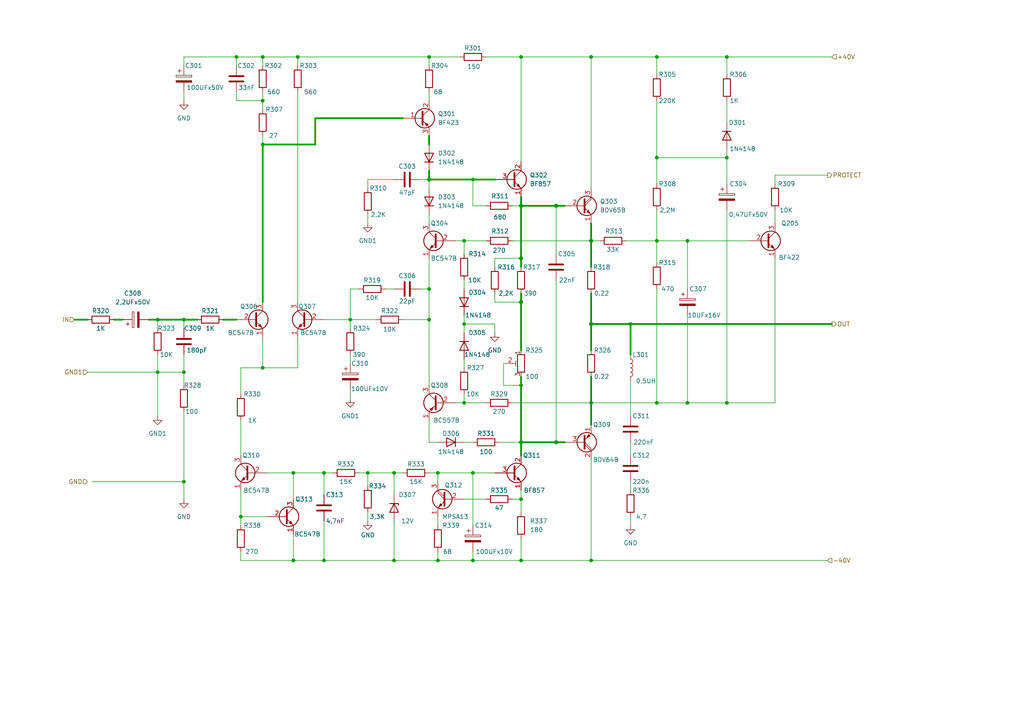
<source format=kicad_sch>
(kicad_sch (version 20231120) (generator "eeschema") (generator_version "8.0")
  (paper "A4")
  (lib_symbols
    (symbol "Device:C" (pin_numbers hide) (pin_names (offset 0.254))
      (property "Reference" "LC" (at 0.635 2.54 0))
      (property "Value" "C" (at 0.635 -2.54 0))
      (symbol "C_0_1"
        (polyline (pts (xy -2.032 -0.762) (xy 2.032 -0.762)) (stroke (width 0.508)))
        (polyline (pts (xy -2.032 0.762) (xy 2.032 0.762)) (stroke (width 0.508)))
      )
      (symbol "C_1_1"
        (pin passive line (at 0 3.81 270) (length 2.794) (name "~") (number "1"))
        (pin passive line (at 0 -3.81 90) (length 2.794) (name "~") (number "2"))
      )
    )
    (symbol "Device:C_Polarized" (pin_numbers hide) (pin_names (offset 0.254))
      (property "Reference" "LC" (at 0.635 2.54 0))
      (property "Value" "C_Polarized" (at 0.635 -2.54 0))
      (symbol "C_Polarized_0_1"
        (rectangle (start -2.286 0.508) (end 2.286 1.016))
        (polyline (pts (xy -1.778 2.286) (xy -0.762 2.286)))
        (polyline (pts (xy -1.27 2.794) (xy -1.27 1.778)))
        (rectangle (start 2.286 -0.508) (end -2.286 -1.016) (fill (type outline)))
      )
      (symbol "C_Polarized_1_1"
        (pin passive line (at 0 3.81 270) (length 2.794) (name "~") (number "1"))
        (pin passive line (at 0 -3.81 90) (length 2.794) (name "~") (number "2"))
      )
    )
    (symbol "Device:D" (pin_numbers hide) (pin_names (offset 1.016) hide)
      (property "Reference" "D" (at 0 2.54 0))
      (property "Value" "D" (at 0 -2.54 0))
      (symbol "D_0_1"
        (polyline (pts (xy -1.27 1.27) (xy -1.27 -1.27)) (stroke (width 0.254)))
        (polyline (pts (xy 1.27 0) (xy -1.27 0)))
        (polyline (pts (xy 1.27 1.27) (xy 1.27 -1.27) (xy -1.27 0) (xy 1.27 1.27)) (stroke (width 0.254)))
      )
      (symbol "D_1_1"
        (pin passive line (at -3.81 0 0) (length 2.54) (name "K") (number "1"))
        (pin passive line (at 3.81 0 180) (length 2.54) (name "A") (number "2"))
      )
    )
    (symbol "Device:D_Zener" (pin_numbers hide) (pin_names (offset 1.016) hide)
      (property "Reference" "D" (at 0 2.54 0))
      (property "Value" "D_Zener" (at 0 -2.54 0))
      (symbol "D_Zener_0_1"
        (polyline (pts (xy 1.27 0) (xy -1.27 0)))
        (polyline (pts (xy -1.27 -1.27) (xy -1.27 1.27) (xy -0.762 1.27)) (stroke (width 0.254)))
        (polyline (pts (xy 1.27 -1.27) (xy 1.27 1.27) (xy -1.27 0) (xy 1.27 -1.27)) (stroke (width 0.254)))
      )
      (symbol "D_Zener_1_1"
        (pin passive line (at -3.81 0 0) (length 2.54) (name "K") (number "1"))
        (pin passive line (at 3.81 0 180) (length 2.54) (name "A") (number "2"))
      )
    )
    (symbol "Device:L" (pin_numbers hide) (pin_names (offset 1.016) hide)
      (property "Reference" "L" (at -1.27 0 90))
      (property "Value" "L" (at 1.905 0 90))
      (symbol "L_0_1"
        (arc (start 0 -2.54) (mid 0.6323 -1.905) (end 0 -1.27))
        (arc (start 0 -1.27) (mid 0.6323 -0.635) (end 0 0))
        (arc (start 0 0) (mid 0.6323 0.635) (end 0 1.27))
        (arc (start 0 1.27) (mid 0.6323 1.905) (end 0 2.54))
      )
      (symbol "L_1_1"
        (pin passive line (at 0 3.81 270) (length 1.27) (name "1") (number "1"))
        (pin passive line (at 0 -3.81 90) (length 1.27) (name "2") (number "2"))
      )
    )
    (symbol "Device:Q_NPN_Darlington_EBC" (pin_names (offset 0) hide)
      (property "Reference" "LQ" (at 4.572 1.27 0))
      (property "Value" "Q_NPN_Darlington_EBC" (at 4.572 -1.27 0))
      (symbol "Q_NPN_Darlington_EBC_0_1"
        (polyline (pts (xy 0.635 0.635) (xy 2.54 2.54)))
        (polyline (pts (xy 0.635 -0.635) (xy 2.54 -2.54) (xy 2.54 -2.54)))
        (polyline (pts (xy 0.635 0) (xy 2.54 1.905) (xy 2.54 2.54)))
        (polyline (pts (xy 0.635 1.905) (xy 0.635 -1.905) (xy 0.635 -1.905)) (stroke (width 0.508)))
        (polyline (pts (xy 1.27 -1.778) (xy 1.778 -1.27) (xy 2.286 -2.286) (xy 1.27 -1.778) (xy 1.27 -1.778)) (fill (type outline)))
        (circle (center 1.27 0) (radius 2.8194) (stroke (width 0.254)))
      )
      (symbol "Q_NPN_Darlington_EBC_1_1"
        (pin passive line (at 2.54 -5.08 90) (length 2.54) (name "E") (number "1"))
        (pin passive line (at -5.08 0 0) (length 5.715) (name "B") (number "2"))
        (pin passive line (at 2.54 5.08 270) (length 2.54) (name "C") (number "3"))
      )
    )
    (symbol "Device:Q_NPN_EBC" (pin_names (offset 0) hide)
      (property "Reference" "LQ" (at 5.08 1.27 0))
      (property "Value" "Q_NPN_EBC" (at 5.08 -1.27 0))
      (symbol "Q_NPN_EBC_0_1"
        (polyline (pts (xy 0.635 0.635) (xy 2.54 2.54)))
        (polyline (pts (xy 0.635 -0.635) (xy 2.54 -2.54) (xy 2.54 -2.54)))
        (polyline (pts (xy 0.635 1.905) (xy 0.635 -1.905) (xy 0.635 -1.905)) (stroke (width 0.508)))
        (polyline (pts (xy 1.27 -1.778) (xy 1.778 -1.27) (xy 2.286 -2.286) (xy 1.27 -1.778) (xy 1.27 -1.778)) (fill (type outline)))
        (circle (center 1.27 0) (radius 2.8194) (stroke (width 0.254)))
      )
      (symbol "Q_NPN_EBC_1_1"
        (pin passive line (at 2.54 -5.08 90) (length 2.54) (name "E") (number "1"))
        (pin passive line (at -5.08 0 0) (length 5.715) (name "B") (number "2"))
        (pin passive line (at 2.54 5.08 270) (length 2.54) (name "C") (number "3"))
      )
    )
    (symbol "Device:Q_NPN_ECB" (pin_names (offset 0) hide)
      (property "Reference" "LQ" (at 5.08 1.27 0))
      (property "Value" "Q_NPN_ECB" (at 5.08 -1.27 0))
      (symbol "Q_NPN_ECB_0_1"
        (polyline (pts (xy 0.635 0.635) (xy 2.54 2.54)))
        (polyline (pts (xy 0.635 -0.635) (xy 2.54 -2.54) (xy 2.54 -2.54)))
        (polyline (pts (xy 0.635 1.905) (xy 0.635 -1.905) (xy 0.635 -1.905)) (stroke (width 0.508)))
        (polyline (pts (xy 1.27 -1.778) (xy 1.778 -1.27) (xy 2.286 -2.286) (xy 1.27 -1.778) (xy 1.27 -1.778)) (fill (type outline)))
        (circle (center 1.27 0) (radius 2.8194) (stroke (width 0.254)))
      )
      (symbol "Q_NPN_ECB_1_1"
        (pin passive line (at 2.54 -5.08 90) (length 2.54) (name "E") (number "1"))
        (pin passive line (at 2.54 5.08 270) (length 2.54) (name "C") (number "2"))
        (pin passive line (at -5.08 0 0) (length 5.715) (name "B") (number "3"))
      )
    )
    (symbol "Device:Q_PNP_BCE" (pin_names (offset 0) hide)
      (property "Reference" "LQ" (at 5.08 1.27 0))
      (property "Value" "Q_PNP_BCE" (at 5.08 -1.27 0))
      (symbol "Q_PNP_BCE_0_1"
        (polyline (pts (xy 0.635 0.635) (xy 2.54 2.54)))
        (polyline (pts (xy 0.635 -0.635) (xy 2.54 -2.54) (xy 2.54 -2.54)))
        (polyline (pts (xy 0.635 1.905) (xy 0.635 -1.905) (xy 0.635 -1.905)) (stroke (width 0.508)))
        (polyline (pts (xy 2.286 -1.778) (xy 1.778 -2.286) (xy 1.27 -1.27) (xy 2.286 -1.778) (xy 2.286 -1.778)) (fill (type outline)))
        (circle (center 1.27 0) (radius 2.8194) (stroke (width 0.254)))
      )
      (symbol "Q_PNP_BCE_1_1"
        (pin input line (at -5.08 0 0) (length 5.715) (name "B") (number "1"))
        (pin passive line (at 2.54 5.08 270) (length 2.54) (name "C") (number "2"))
        (pin passive line (at 2.54 -5.08 90) (length 2.54) (name "E") (number "3"))
      )
    )
    (symbol "Device:Q_PNP_Darlington_ECB" (pin_names (offset 0) hide)
      (property "Reference" "LQ" (at 4.572 1.27 0))
      (property "Value" "Q_PNP_Darlington_ECB" (at 4.572 -1.27 0))
      (symbol "Q_PNP_Darlington_ECB_0_1"
        (polyline (pts (xy 0.635 0.635) (xy 2.54 2.54)))
        (polyline (pts (xy 0.635 -0.635) (xy 2.54 -2.54) (xy 2.54 -2.54)))
        (polyline (pts (xy 0.635 0) (xy 2.54 1.905) (xy 2.54 2.54)))
        (polyline (pts (xy 0.635 1.905) (xy 0.635 -1.905) (xy 0.635 -1.905)) (stroke (width 0.508)))
        (polyline (pts (xy 2.286 -1.778) (xy 1.778 -2.286) (xy 1.27 -1.27) (xy 2.286 -1.778) (xy 2.286 -1.778)) (fill (type outline)))
        (circle (center 1.27 0) (radius 2.8194) (stroke (width 0.254)))
      )
      (symbol "Q_PNP_Darlington_ECB_1_1"
        (pin passive line (at 2.54 -5.08 90) (length 2.54) (name "E") (number "1"))
        (pin passive line (at 2.54 5.08 270) (length 2.54) (name "C") (number "2"))
        (pin input line (at -5.08 0 0) (length 5.715) (name "B") (number "3"))
      )
    )
    (symbol "Device:Q_PNP_EBC" (pin_names (offset 0) hide)
      (property "Reference" "LQ" (at 5.08 1.27 0))
      (property "Value" "Q_PNP_EBC" (at 5.08 -1.27 0))
      (symbol "Q_PNP_EBC_0_1"
        (polyline (pts (xy 0.635 0.635) (xy 2.54 2.54)))
        (polyline (pts (xy 0.635 -0.635) (xy 2.54 -2.54) (xy 2.54 -2.54)))
        (polyline (pts (xy 0.635 1.905) (xy 0.635 -1.905) (xy 0.635 -1.905)) (stroke (width 0.508)))
        (polyline (pts (xy 2.286 -1.778) (xy 1.778 -2.286) (xy 1.27 -1.27) (xy 2.286 -1.778) (xy 2.286 -1.778)) (fill (type outline)))
        (circle (center 1.27 0) (radius 2.8194) (stroke (width 0.254)))
      )
      (symbol "Q_PNP_EBC_1_1"
        (pin passive line (at 2.54 -5.08 90) (length 2.54) (name "E") (number "1"))
        (pin input line (at -5.08 0 0) (length 5.715) (name "B") (number "2"))
        (pin passive line (at 2.54 5.08 270) (length 2.54) (name "C") (number "3"))
      )
    )
    (symbol "Device:R" (pin_numbers hide) (pin_names (offset 0))
      (property "Reference" "LR" (at 2.032 0 90))
      (property "Value" "R" (at 0 0 90))
      (symbol "R_0_1"
        (rectangle (start -1.016 -2.54) (end 1.016 2.54) (stroke (width 0.254)))
      )
      (symbol "R_1_1"
        (pin passive line (at 0 3.81 270) (length 1.27) (name "~") (number "1"))
        (pin passive line (at 0 -3.81 90) (length 1.27) (name "~") (number "2"))
      )
    )
    (symbol "Device:R_Potentiometer_Trim" (pin_names (offset 1.016) hide)
      (property "Reference" "RV" (at -4.445 0 90))
      (property "Value" "R_Potentiometer_Trim" (at -2.54 0 90))
      (symbol "R_Potentiometer_Trim_0_1"
        (polyline (pts (xy 1.524 0.762) (xy 1.524 -0.762)))
        (polyline (pts (xy 2.54 0) (xy 1.524 0)))
        (rectangle (start 1.016 2.54) (end -1.016 -2.54) (stroke (width 0.254)))
      )
      (symbol "R_Potentiometer_Trim_1_1"
        (pin passive line (at 0 3.81 270) (length 1.27) (name "1") (number "1"))
        (pin passive line (at 3.81 0 180) (length 1.27) (name "2") (number "2"))
        (pin passive line (at 0 -3.81 90) (length 1.27) (name "3") (number "3"))
      )
    )
    (symbol "Q_NPN_EBC_1" (pin_names (offset 0) hide)
      (property "Reference" "Q" (at 5.08 1.27 0))
      (property "Value" "Q_NPN_EBC" (at 5.08 -1.27 0))
      (symbol "Q_NPN_EBC_1_0_1"
        (polyline (pts (xy 0.635 0.635) (xy 2.54 2.54)))
        (polyline (pts (xy 0.635 -0.635) (xy 2.54 -2.54) (xy 2.54 -2.54)))
        (polyline (pts (xy 0.635 1.905) (xy 0.635 -1.905) (xy 0.635 -1.905)) (stroke (width 0.508)))
        (polyline (pts (xy 1.27 -1.778) (xy 1.778 -1.27) (xy 2.286 -2.286) (xy 1.27 -1.778) (xy 1.27 -1.778)) (fill (type outline)))
        (circle (center 1.27 0) (radius 2.8194) (stroke (width 0.254)))
      )
      (symbol "Q_NPN_EBC_1_1_1"
        (pin passive line (at 2.54 -5.08 90) (length 2.54) (name "E") (number "1"))
        (pin passive line (at -5.08 0 0) (length 5.715) (name "B") (number "2"))
        (pin passive line (at 2.54 5.08 270) (length 2.54) (name "C") (number "3"))
      )
    )
    (symbol "power:GND" (power) (pin_numbers hide) (pin_names (offset 0) hide)
      (property "Value" "GND" (at 0 -3.81 0))
      (symbol "GND_0_1"
        (polyline (pts (xy 0 0) (xy 0 -1.27) (xy 1.27 -1.27) (xy 0 -2.54) (xy -1.27 -1.27) (xy 0 -1.27)))
      )
      (symbol "GND_1_1"
        (pin power_in line (at 0 0 270) (length 0) (name "~") (number "1"))
      )
    )
    (symbol "power:GND1" (power) (pin_numbers hide) (pin_names (offset 0) hide)
      (property "Value" "GND1" (at 0 -3.81 0))
      (symbol "GND1_0_1"
        (polyline (pts (xy 0 0) (xy 0 -1.27) (xy 1.27 -1.27) (xy 0 -2.54) (xy -1.27 -1.27) (xy 0 -1.27)))
      )
      (symbol "GND1_1_1"
        (pin power_in line (at 0 0 270) (length 0) (name "~") (number "1"))
      )
    )
  )
  (junction (at 151.13 74.93) (diameter 1.016))
  (junction (at 114.3 137.16))
  (junction (at 85.09 162.56))
  (junction (at 190.5 116.84))
  (junction (at 190.5 45.72))
  (junction (at 161.29 128.27) (diameter 1.016))
  (junction (at 151.13 16.51))
  (junction (at 171.45 162.56))
  (junction (at 137.16 52.07))
  (junction (at 199.39 116.84))
  (junction (at 68.58 16.51))
  (junction (at 190.5 69.85))
  (junction (at 199.39 69.85))
  (junction (at 93.98 162.56))
  (junction (at 76.2 41.91))
  (junction (at 86.36 16.51))
  (junction (at 151.13 111.76))
  (junction (at 53.34 107.95))
  (junction (at 171.45 116.84))
  (junction (at 171.45 69.85) (diameter 1.016))
  (junction (at 127 137.16))
  (junction (at 151.13 59.69) (diameter 1.016))
  (junction (at 124.46 92.71))
  (junction (at 210.82 16.51))
  (junction (at 45.72 107.95))
  (junction (at 124.46 52.07) (diameter 1.016))
  (junction (at 76.2 106.68))
  (junction (at 151.13 162.56))
  (junction (at 53.34 139.7))
  (junction (at 171.45 93.98) (diameter 1.016))
  (junction (at 134.62 116.84))
  (junction (at 151.13 128.27) (diameter 1.016))
  (junction (at 151.13 144.78))
  (junction (at 69.85 149.86))
  (junction (at 134.62 93.98))
  (junction (at 124.46 83.82))
  (junction (at 182.88 93.98))
  (junction (at 210.82 116.84))
  (junction (at 161.29 59.69) (diameter 1.016))
  (junction (at 45.72 92.71))
  (junction (at 190.5 16.51))
  (junction (at 85.09 137.16))
  (junction (at 93.98 137.16))
  (junction (at 76.2 29.21))
  (junction (at 53.34 92.71))
  (junction (at 151.13 87.63) (diameter 1.016))
  (junction (at 210.82 45.72))
  (junction (at 171.45 16.51))
  (junction (at 137.16 162.56))
  (junction (at 137.16 137.16))
  (junction (at 134.62 69.85))
  (junction (at 76.2 16.51))
  (junction (at 101.6 92.71))
  (junction (at 114.3 162.56))
  (junction (at 127 162.56))
  (junction (at 106.68 137.16))
  (junction (at 124.46 16.51))
  (wire (pts (xy 190.5 16.51) (xy 210.82 16.51)))
  (wire (pts (xy 137.16 52.07) (xy 137.16 59.69)))
  (wire (pts (xy 151.13 128.27) (xy 151.13 132.08)) (stroke (width 0.508)))
  (wire (pts (xy 171.45 116.84) (xy 171.45 123.19)) (stroke (width 0.508)))
  (wire (pts (xy 106.68 148.59) (xy 106.68 151.13)))
  (wire (pts (xy 124.46 16.51) (xy 124.46 19.05)))
  (wire (pts (xy 171.45 85.09) (xy 171.45 93.98)) (stroke (width 0.508)))
  (wire (pts (xy 124.46 52.07) (xy 124.46 54.61)))
  (wire (pts (xy 134.62 114.3) (xy 134.62 116.84)))
  (wire (pts (xy 137.16 52.07) (xy 133.35 52.07)))
  (wire (pts (xy 151.13 148.59) (xy 151.13 144.78)))
  (wire (pts (xy 148.59 59.69) (xy 151.13 59.69)))
  (wire (pts (xy 151.13 142.24) (xy 151.13 144.78)))
  (wire (pts (xy 171.45 133.35) (xy 171.45 162.56)))
  (wire (pts (xy 106.68 62.23) (xy 106.68 64.77)))
  (wire (pts (xy 76.2 16.51) (xy 68.58 16.51)))
  (wire (pts (xy 106.68 137.16) (xy 106.68 140.97)))
  (wire (pts (xy 182.88 93.98) (xy 241.3 93.98)) (stroke (width 0.508)))
  (wire (pts (xy 133.35 16.51) (xy 124.46 16.51)))
  (wire (pts (xy 26.67 139.7) (xy 53.34 139.7)))
  (wire (pts (xy 69.85 160.02) (xy 69.85 162.56)))
  (wire (pts (xy 143.51 52.07) (xy 137.16 52.07)) (stroke (width 0.508)))
  (wire (pts (xy 182.88 128.27) (xy 182.88 132.08)))
  (wire (pts (xy 143.51 85.09) (xy 143.51 87.63)))
  (wire (pts (xy 190.5 69.85) (xy 199.39 69.85)))
  (wire (pts (xy 76.2 26.67) (xy 76.2 29.21)))
  (wire (pts (xy 151.13 16.51) (xy 151.13 46.99)))
  (wire (pts (xy 86.36 16.51) (xy 86.36 19.05)))
  (wire (pts (xy 182.88 149.86) (xy 182.88 152.4)))
  (wire (pts (xy 137.16 59.69) (xy 140.97 59.69)))
  (wire (pts (xy 121.92 52.07) (xy 124.46 52.07)))
  (wire (pts (xy 210.82 21.59) (xy 210.82 16.51)))
  (wire (pts (xy 224.79 60.96) (xy 224.79 64.77)))
  (wire (pts (xy 76.2 29.21) (xy 76.2 31.75)))
  (wire (pts (xy 181.61 69.85) (xy 190.5 69.85)))
  (wire (pts (xy 171.45 93.98) (xy 182.88 93.98)) (stroke (width 0.508)))
  (wire (pts (xy 85.09 137.16) (xy 93.98 137.16)))
  (wire (pts (xy 146.05 105.41) (xy 146.05 111.76)))
  (wire (pts (xy 76.2 41.91) (xy 91.44 41.91)) (stroke (width 0.508)))
  (wire (pts (xy 85.09 137.16) (xy 85.09 144.78)))
  (wire (pts (xy 127 162.56) (xy 137.16 162.56)))
  (wire (pts (xy 114.3 137.16) (xy 114.3 143.51)))
  (wire (pts (xy 127 160.02) (xy 127 162.56)))
  (wire (pts (xy 127 149.86) (xy 127 152.4)))
  (wire (pts (xy 101.6 92.71) (xy 109.22 92.71)))
  (wire (pts (xy 69.85 106.68) (xy 76.2 106.68)))
  (wire (pts (xy 93.98 162.56) (xy 85.09 162.56)))
  (wire (pts (xy 21.59 92.71) (xy 25.4 92.71)) (stroke (width 0.508)))
  (wire (pts (xy 148.59 116.84) (xy 171.45 116.84)))
  (wire (pts (xy 104.14 83.82) (xy 101.6 83.82)))
  (wire (pts (xy 106.68 52.07) (xy 114.3 52.07)))
  (wire (pts (xy 161.29 128.27) (xy 163.83 128.27)) (stroke (width 0.508)))
  (wire (pts (xy 210.82 45.72) (xy 190.5 45.72)))
  (wire (pts (xy 134.62 69.85) (xy 134.62 73.66)))
  (wire (pts (xy 210.82 43.18) (xy 210.82 45.72)))
  (wire (pts (xy 190.5 69.85) (xy 190.5 76.2)))
  (wire (pts (xy 140.97 16.51) (xy 151.13 16.51)))
  (wire (pts (xy 45.72 102.87) (xy 45.72 107.95)))
  (wire (pts (xy 147.32 105.41) (xy 146.05 105.41)))
  (wire (pts (xy 76.2 29.21) (xy 68.58 29.21)))
  (wire (pts (xy 45.72 92.71) (xy 53.34 92.71)) (stroke (width 0.508)))
  (wire (pts (xy 190.5 116.84) (xy 199.39 116.84)))
  (wire (pts (xy 124.46 128.27) (xy 127 128.27)))
  (wire (pts (xy 190.5 21.59) (xy 190.5 16.51)))
  (wire (pts (xy 68.58 16.51) (xy 68.58 19.05)))
  (wire (pts (xy 76.2 19.05) (xy 76.2 16.51)))
  (wire (pts (xy 210.82 16.51) (xy 241.3 16.51)))
  (wire (pts (xy 69.85 162.56) (xy 85.09 162.56)))
  (wire (pts (xy 69.85 121.92) (xy 69.85 132.08)))
  (wire (pts (xy 76.2 106.68) (xy 86.36 106.68)))
  (wire (pts (xy 93.98 92.71) (xy 101.6 92.71)))
  (wire (pts (xy 151.13 87.63) (xy 151.13 101.6)) (stroke (width 0.508)))
  (wire (pts (xy 151.13 74.93) (xy 151.13 77.47)) (stroke (width 0.508)))
  (wire (pts (xy 199.39 69.85) (xy 217.17 69.85)))
  (wire (pts (xy 116.84 92.71) (xy 124.46 92.71)))
  (wire (pts (xy 210.82 60.96) (xy 210.82 116.84)))
  (wire (pts (xy 69.85 106.68) (xy 69.85 114.3)))
  (wire (pts (xy 151.13 128.27) (xy 161.29 128.27)) (stroke (width 0.508)))
  (wire (pts (xy 101.6 83.82) (xy 101.6 92.71)))
  (wire (pts (xy 151.13 156.21) (xy 151.13 162.56)))
  (wire (pts (xy 86.36 16.51) (xy 124.46 16.51)))
  (wire (pts (xy 137.16 162.56) (xy 151.13 162.56)))
  (wire (pts (xy 86.36 26.67) (xy 86.36 87.63)))
  (wire (pts (xy 121.92 83.82) (xy 124.46 83.82)))
  (wire (pts (xy 151.13 87.63) (xy 151.13 85.09)) (stroke (width 0.508)))
  (wire (pts (xy 93.98 162.56) (xy 114.3 162.56)))
  (wire (pts (xy 161.29 59.69) (xy 163.83 59.69)) (stroke (width 0.508)))
  (wire (pts (xy 143.51 93.98) (xy 143.51 96.52)))
  (wire (pts (xy 144.78 128.27) (xy 151.13 128.27)))
  (wire (pts (xy 76.2 97.79) (xy 76.2 106.68)))
  (wire (pts (xy 114.3 162.56) (xy 127 162.56)))
  (wire (pts (xy 53.34 102.87) (xy 53.34 107.95)))
  (wire (pts (xy 210.82 45.72) (xy 210.82 53.34)))
  (wire (pts (xy 45.72 107.95) (xy 53.34 107.95)))
  (wire (pts (xy 151.13 57.15) (xy 151.13 59.69)) (stroke (width 0.508)))
  (wire (pts (xy 86.36 97.79) (xy 86.36 106.68)))
  (wire (pts (xy 45.72 95.25) (xy 45.72 92.71)))
  (wire (pts (xy 132.08 69.85) (xy 134.62 69.85)))
  (wire (pts (xy 85.09 154.94) (xy 85.09 162.56)))
  (wire (pts (xy 151.13 16.51) (xy 171.45 16.51)))
  (wire (pts (xy 132.08 116.84) (xy 134.62 116.84)))
  (wire (pts (xy 127 137.16) (xy 127 139.7)))
  (wire (pts (xy 171.45 162.56) (xy 240.03 162.56)))
  (wire (pts (xy 43.18 92.71) (xy 45.72 92.71)) (stroke (width 0.508)))
  (wire (pts (xy 210.82 116.84) (xy 224.79 116.84)))
  (wire (pts (xy 53.34 119.38) (xy 53.34 139.7)))
  (wire (pts (xy 224.79 50.8) (xy 240.03 50.8)))
  (wire (pts (xy 171.45 64.77) (xy 171.45 69.85)) (stroke (width 0.508)))
  (wire (pts (xy 134.62 91.44) (xy 134.62 93.98)))
  (wire (pts (xy 53.34 16.51) (xy 53.34 19.05)))
  (wire (pts (xy 148.59 69.85) (xy 171.45 69.85)))
  (wire (pts (xy 161.29 81.28) (xy 161.29 128.27)))
  (wire (pts (xy 69.85 149.86) (xy 69.85 152.4)))
  (wire (pts (xy 151.13 111.76) (xy 151.13 128.27)) (stroke (width 0.508)))
  (wire (pts (xy 106.68 52.07) (xy 106.68 54.61)))
  (wire (pts (xy 171.45 93.98) (xy 171.45 101.6)) (stroke (width 0.508)))
  (wire (pts (xy 134.62 106.68) (xy 134.62 104.14)))
  (wire (pts (xy 91.44 41.91) (xy 91.44 34.29)) (stroke (width 0.508)))
  (wire (pts (xy 134.62 93.98) (xy 143.51 93.98)))
  (wire (pts (xy 199.39 116.84) (xy 210.82 116.84)))
  (wire (pts (xy 53.34 107.95) (xy 53.34 111.76)))
  (wire (pts (xy 190.5 29.21) (xy 190.5 45.72)))
  (wire (pts (xy 124.46 26.67) (xy 124.46 29.21)))
  (wire (pts (xy 190.5 83.82) (xy 190.5 116.84)))
  (wire (pts (xy 151.13 59.69) (xy 161.29 59.69)) (stroke (width 0.508)))
  (wire (pts (xy 124.46 121.92) (xy 124.46 128.27)))
  (wire (pts (xy 134.62 81.28) (xy 134.62 83.82)))
  (wire (pts (xy 57.15 92.71) (xy 53.34 92.71)) (stroke (width 0.508)))
  (wire (pts (xy 137.16 160.02) (xy 137.16 162.56)))
  (wire (pts (xy 143.51 74.93) (xy 143.51 77.47)))
  (wire (pts (xy 171.45 69.85) (xy 173.99 69.85)))
  (wire (pts (xy 190.5 60.96) (xy 190.5 69.85)))
  (wire (pts (xy 134.62 116.84) (xy 140.97 116.84)))
  (wire (pts (xy 33.02 92.71) (xy 35.56 92.71)) (stroke (width 0.508)))
  (wire (pts (xy 151.13 59.69) (xy 151.13 74.93)) (stroke (width 0.508)))
  (wire (pts (xy 199.39 91.44) (xy 199.39 116.84)))
  (wire (pts (xy 146.05 111.76) (xy 151.13 111.76)))
  (wire (pts (xy 93.98 151.13) (xy 93.98 162.56)))
  (wire (pts (xy 124.46 39.37) (xy 124.46 41.91)) (stroke (width 0.508)))
  (wire (pts (xy 148.59 144.78) (xy 151.13 144.78)))
  (wire (pts (xy 124.46 83.82) (xy 124.46 92.71)))
  (wire (pts (xy 134.62 128.27) (xy 137.16 128.27)))
  (wire (pts (xy 25.4 107.95) (xy 45.72 107.95)))
  (wire (pts (xy 199.39 69.85) (xy 199.39 83.82)))
  (wire (pts (xy 77.47 137.16) (xy 85.09 137.16)))
  (wire (pts (xy 210.82 29.21) (xy 210.82 35.56)))
  (wire (pts (xy 224.79 116.84) (xy 224.79 74.93)))
  (wire (pts (xy 69.85 142.24) (xy 69.85 149.86)))
  (wire (pts (xy 137.16 137.16) (xy 137.16 152.4)))
  (wire (pts (xy 101.6 113.03) (xy 101.6 115.57)))
  (wire (pts (xy 124.46 137.16) (xy 127 137.16)))
  (wire (pts (xy 104.14 137.16) (xy 106.68 137.16)))
  (wire (pts (xy 91.44 34.29) (xy 116.84 34.29)) (stroke (width 0.508)))
  (wire (pts (xy 124.46 62.23) (xy 124.46 64.77)))
  (wire (pts (xy 134.62 144.78) (xy 140.97 144.78)))
  (wire (pts (xy 101.6 102.87) (xy 101.6 105.41)))
  (wire (pts (xy 190.5 45.72) (xy 190.5 53.34)))
  (wire (pts (xy 127 137.16) (xy 137.16 137.16)))
  (wire (pts (xy 45.72 107.95) (xy 45.72 120.65)))
  (wire (pts (xy 68.58 16.51) (xy 53.34 16.51)))
  (wire (pts (xy 134.62 93.98) (xy 134.62 96.52)))
  (wire (pts (xy 143.51 87.63) (xy 151.13 87.63)))
  (wire (pts (xy 171.45 109.22) (xy 171.45 116.84)) (stroke (width 0.508)))
  (wire (pts (xy 151.13 74.93) (xy 143.51 74.93)))
  (wire (pts (xy 114.3 151.13) (xy 114.3 162.56)))
  (wire (pts (xy 93.98 137.16) (xy 93.98 143.51)))
  (wire (pts (xy 124.46 74.93) (xy 124.46 83.82)))
  (wire (pts (xy 151.13 162.56) (xy 171.45 162.56)))
  (wire (pts (xy 76.2 16.51) (xy 86.36 16.51)))
  (wire (pts (xy 171.45 116.84) (xy 190.5 116.84)))
  (wire (pts (xy 124.46 52.07) (xy 137.16 52.07)) (stroke (width 0.508)))
  (wire (pts (xy 53.34 26.67) (xy 53.34 29.21)))
  (wire (pts (xy 171.45 54.61) (xy 171.45 16.51)))
  (wire (pts (xy 68.58 26.67) (xy 68.58 29.21)))
  (wire (pts (xy 76.2 41.91) (xy 76.2 87.63)) (stroke (width 0.508)))
  (wire (pts (xy 53.34 92.71) (xy 53.34 95.25)))
  (wire (pts (xy 124.46 92.71) (xy 124.46 111.76)))
  (wire (pts (xy 64.77 92.71) (xy 68.58 92.71)) (stroke (width 0.508)))
  (wire (pts (xy 171.45 69.85) (xy 171.45 77.47)) (stroke (width 0.508)))
  (wire (pts (xy 76.2 39.37) (xy 76.2 41.91)))
  (wire (pts (xy 134.62 69.85) (xy 140.97 69.85)))
  (wire (pts (xy 182.88 139.7) (xy 182.88 142.24)))
  (wire (pts (xy 224.79 53.34) (xy 224.79 50.8)))
  (wire (pts (xy 161.29 59.69) (xy 161.29 73.66)))
  (wire (pts (xy 106.68 137.16) (xy 114.3 137.16)))
  (wire (pts (xy 101.6 92.71) (xy 101.6 95.25)))
  (wire (pts (xy 137.16 137.16) (xy 143.51 137.16)))
  (wire (pts (xy 69.85 149.86) (xy 77.47 149.86)))
  (wire (pts (xy 93.98 137.16) (xy 96.52 137.16)))
  (wire (pts (xy 182.88 110.49) (xy 182.88 120.65)))
  (wire (pts (xy 182.88 93.98) (xy 182.88 102.87)) (stroke (width 0.508)))
  (wire (pts (xy 53.34 139.7) (xy 53.34 144.78)))
  (wire (pts (xy 171.45 16.51) (xy 190.5 16.51)))
  (wire (pts (xy 114.3 137.16) (xy 116.84 137.16)))
  (wire (pts (xy 124.46 49.53) (xy 124.46 52.07)) (stroke (width 0.508)))
  (wire (pts (xy 151.13 109.22) (xy 151.13 111.76)) (stroke (width 0.508)))
  (wire (pts (xy 111.76 83.82) (xy 114.3 83.82)))
  (hierarchical_label "GND" (shape input) (at 25.4 139.7 180))
  (hierarchical_label "+40V" (shape input) (at 241.3 16.51 0))
  (hierarchical_label "OUT" (shape output) (at 241.3 93.98 0))
  (hierarchical_label "-40V" (shape input) (at 240.03 162.56 0))
  (hierarchical_label "PROTECT" (shape output) (at 240.03 50.8 0))
  (hierarchical_label "IN" (shape input) (at 21.59 92.71 180))
  (hierarchical_label "GND1" (shape input) (at 25.4 107.95 180))
  (symbol (lib_id "Device:R") (at 210.82 25.4 0) (unit 1)
    (property "Reference" "R306" (at 211.582 21.59 0) (effects (justify left)))
    (property "Value" "1K" (at 211.582 29.21 0) (effects (justify left)))
    (property "Footprint" "Resistor_THT:R_Axial_DIN0207_L6.3mm_D2.5mm_P10.16mm_Horizontal" (effects (hide yes)))
    (property "Description" "Resistor" (effects (hide yes)))
  )
  (symbol (lib_id "Device:C") (at 93.98 147.32 0) (unit 1)
    (property "Reference" "C313" (at 94.488 143.51 0) (effects (justify left)))
    (property "Value" "4.7nF" (at 94.488 151.13 0) (effects (justify left)))
    (property "Description" "Unpolarized capacitor" (effects (hide yes)))
  )
  (symbol (lib_id "Device:R") (at 76.2 35.56 0) (unit 1)
    (property "Reference" "R307" (at 76.962 31.75 0) (effects (justify left)))
    (property "Value" "27" (at 77.978 39.37 0) (effects (justify left)))
    (property "Footprint" "Resistor_THT:R_Axial_DIN0207_L6.3mm_D2.5mm_P10.16mm_Horizontal" (effects (hide yes)))
    (property "Description" "Resistor" (effects (hide yes)))
  )
  (symbol (lib_id "Device:R") (at 144.78 59.69 90) (unit 1)
    (property "Reference" "R311" (at 145.034 56.896 90))
    (property "Value" "680" (at 145.034 62.992 90))
    (property "Footprint" "Resistor_THT:R_Axial_DIN0207_L6.3mm_D2.5mm_P10.16mm_Horizontal" (effects (hide yes)))
    (property "Description" "Resistor" (effects (hide yes)))
  )
  (symbol (lib_id "Device:R") (at 69.85 156.21 180) (unit 1)
    (property "Reference" "R338" (at 70.612 152.4 0) (effects (justify right)))
    (property "Value" "270" (at 71.12 160.02 0) (effects (justify right)))
    (property "Footprint" "Resistor_THT:R_Axial_DIN0207_L6.3mm_D2.5mm_P10.16mm_Horizontal" (effects (hide yes)))
    (property "Description" "Resistor" (effects (hide yes)))
  )
  (symbol (lib_id "Device:R") (at 60.96 92.71 270) (unit 1)
    (property "Reference" "R321" (at 60.96 90.17 90))
    (property "Value" "1K" (at 60.96 95.25 90))
    (property "Footprint" "Resistor_THT:R_Axial_DIN0207_L6.3mm_D2.5mm_P10.16mm_Horizontal" (effects (hide yes)))
    (property "Description" "Resistor" (effects (hide yes)))
  )
  (symbol (lib_id "Device:C") (at 182.88 135.89 0) (unit 1)
    (property "Reference" "C312" (at 183.388 132.08 0) (effects (justify left)))
    (property "Value" "220n" (at 183.388 139.7 0) (effects (justify left)))
    (property "Description" "Unpolarized capacitor" (effects (hide yes)))
  )
  (symbol (lib_id "Device:D_Zener") (at 114.3 147.32 270) (unit 1)
    (property "Reference" "D307" (at 115.57 143.51 90) (effects (justify left)))
    (property "Value" "12V" (at 116.332 151.13 90) (effects (justify left)))
    (property "Footprint" "Diode_THT:D_DO-35_SOD27_P10.16mm_Horizontal" (effects (hide yes)))
    (property "Description" "Zener diode" (effects (hide yes)))
  )
  (symbol (lib_id "Device:R") (at 190.5 25.4 0) (unit 1)
    (property "Reference" "R305" (at 191.008 21.59 0) (effects (justify left)))
    (property "Value" "220K" (at 191.008 29.21 0) (effects (justify left)))
    (property "Footprint" "Resistor_THT:R_Axial_DIN0207_L6.3mm_D2.5mm_P10.16mm_Horizontal" (effects (hide yes)))
    (property "Description" "Resistor" (effects (hide yes)))
  )
  (symbol (lib_id "Device:Q_PNP_BCE") (at 121.92 34.29 0) (unit 1)
    (property "Reference" "Q301" (at 127 33.0199 0) (effects (justify left)))
    (property "Value" "BF423" (at 127 35.5599 0) (effects (justify left)))
    (property "Footprint" "Package_TO_SOT_THT:TO-92_Inline_Wide" (effects (hide yes)))
    (property "Description" "PNP transistor, base/collector/emitter" (effects (hide yes)))
  )
  (symbol (lib_id "power:GND") (at 182.88 152.4 0) (unit 1)
    (property "Reference" "#PWR0308" (effects (hide yes)))
    (property "Value" "GND" (at 182.88 157.48 0))
    (property "Description" "Power symbol creates a global label with name \"GND\" , ground" (effects (hide yes)))
  )
  (symbol (lib_id "Device:C_Polarized") (at 199.39 87.63 0) (unit 1)
    (property "Reference" "C307" (at 199.898 83.82 0) (effects (justify left)))
    (property "Value" "10UFx16V" (at 204.216 91.44 0))
    (property "Description" "Polarized capacitor" (effects (hide yes)))
  )
  (symbol (lib_name "Q_NPN_EBC_1") (lib_id "Device:Q_NPN_EBC") (at 222.25 69.85 0) (unit 1)
    (property "Reference" "Q205" (at 226.568 64.77 0) (effects (justify left)))
    (property "Value" "BF422" (at 225.806 74.676 0) (effects (justify left)))
    (property "Footprint" "Package_TO_SOT_THT:TO-92_Inline_Wide" (effects (hide yes)))
    (property "Description" "NPN transistor, emitter/base/collector" (effects (hide yes)))
    (instances (project "" (path "" (reference "Q205") (unit 1)) (path "" (reference "Q305") (unit 1))))
  )
  (symbol (lib_id "Device:R") (at 182.88 146.05 0) (unit 1)
    (property "Reference" "R336" (at 183.388 142.24 0) (effects (justify left)))
    (property "Value" "4,7" (at 184.404 149.86 0) (effects (justify left)))
    (property "Footprint" "Resistor_THT:R_Axial_DIN0207_L6.3mm_D2.5mm_P10.16mm_Horizontal" (effects (hide yes)))
    (property "Description" "Resistor" (effects (hide yes)))
  )
  (symbol (lib_id "Device:C_Polarized") (at 137.16 156.21 0) (unit 1)
    (property "Reference" "C314" (at 137.668 152.4 0) (effects (justify left)))
    (property "Value" "100UFx10V" (at 137.922 160.02 0) (effects (justify left)))
    (property "Description" "Polarized capacitor" (effects (hide yes)))
  )
  (symbol (lib_id "power:GND1") (at 101.6 115.57 0) (unit 1)
    (property "Reference" "#PWR0304" (effects (hide yes)))
    (property "Value" "GND1" (at 101.6 120.65 0))
    (property "Description" "Power symbol creates a global label with name \"GND1\" , ground" (effects (hide yes)))
  )
  (symbol (lib_id "Device:Q_NPN_ECB") (at 148.59 52.07 0) (unit 1)
    (property "Reference" "Q302" (at 153.67 50.7999 0) (effects (justify left)))
    (property "Value" "BF857" (at 153.67 53.3399 0) (effects (justify left)))
    (property "Footprint" "Package_TO_SOT_THT:TO-220-3_Vertical" (effects (hide yes)))
    (property "Description" "NPN transistor, emitter/collector/base" (effects (hide yes)))
  )
  (symbol (lib_id "Device:R") (at 106.68 144.78 180) (unit 1)
    (property "Reference" "R334" (at 106.934 140.97 0) (effects (justify right)))
    (property "Value" "3,3K" (at 107.188 149.86 0) (effects (justify right)))
    (property "Footprint" "Resistor_THT:R_Axial_DIN0207_L6.3mm_D2.5mm_P10.16mm_Horizontal" (effects (hide yes)))
    (property "Description" "Resistor" (effects (hide yes)))
  )
  (symbol (lib_id "Device:R") (at 76.2 22.86 0) (unit 1)
    (property "Reference" "R302" (at 76.708 19.05 0) (effects (justify left)))
    (property "Value" "560" (at 77.47 26.67 0) (effects (justify left)))
    (property "Footprint" "Resistor_THT:R_Axial_DIN0207_L6.3mm_D2.5mm_P10.16mm_Horizontal" (effects (hide yes)))
    (property "Description" "Resistor" (effects (hide yes)))
  )
  (symbol (lib_id "Device:R") (at 101.6 99.06 180) (unit 1)
    (property "Reference" "R324" (at 104.902 95.25 0))
    (property "Value" "390" (at 104.14 102.87 0))
    (property "Footprint" "Resistor_THT:R_Axial_DIN0207_L6.3mm_D2.5mm_P10.16mm_Horizontal" (effects (hide yes)))
    (property "Description" "Resistor" (effects (hide yes)))
  )
  (symbol (lib_id "Device:C") (at 161.29 77.47 0) (unit 1)
    (property "Reference" "C305" (at 161.798 73.66 0) (effects (justify left)))
    (property "Value" "22nF" (at 162.052 81.28 0) (effects (justify left)))
    (property "Description" "Unpolarized capacitor" (effects (hide yes)))
  )
  (symbol (lib_id "Device:C_Polarized") (at 39.37 92.71 90) (unit 1)
    (property "Reference" "C308" (at 38.481 85.09 90))
    (property "Value" "2,2UFx50V" (at 38.481 87.63 90))
    (property "Description" "Polarized capacitor" (effects (hide yes)))
  )
  (symbol (lib_id "Device:C_Polarized") (at 53.34 22.86 0) (unit 1)
    (property "Reference" "C301" (at 53.594 19.05 0) (effects (justify left)))
    (property "Value" "100UFx50V" (at 54.102 25.4 0) (effects (justify left)))
    (property "Description" "Polarized capacitor" (effects (hide yes)))
  )
  (symbol (lib_id "Device:Q_NPN_EBC") (at 73.66 92.71 0) (unit 1)
    (property "Reference" "Q306" (at 69.596 88.9 0) (effects (justify left)))
    (property "Value" "BC547B" (at 66.04 96.52 0) (effects (justify left)))
    (property "Footprint" "Package_TO_SOT_THT:TO-92_Inline_Wide" (effects (hide yes)))
    (property "Description" "NPN transistor, emitter/base/collector" (effects (hide yes)))
  )
  (symbol (lib_id "Device:L") (at 182.88 106.68 0) (unit 1)
    (property "Reference" "L301" (at 183.388 102.87 0) (effects (justify left)))
    (property "Value" "0,5UH" (at 184.404 110.49 0) (effects (justify left)))
    (property "Footprint" "Inductor_THT:L_Radial_L10.2mm_W10.2mm_Px7.62mm_Py7.62mm_Pulse_LP-30" (effects (hide yes)))
    (property "Description" "Inductor" (effects (hide yes)))
  )
  (symbol (lib_id "Device:R") (at 144.78 69.85 90) (unit 1)
    (property "Reference" "R312" (at 145.034 67.056 90))
    (property "Value" "270" (at 144.78 72.644 90))
    (property "Footprint" "Resistor_THT:R_Axial_DIN0207_L6.3mm_D2.5mm_P10.16mm_Horizontal" (effects (hide yes)))
    (property "Description" "Resistor" (effects (hide yes)))
  )
  (symbol (lib_id "Device:R") (at 224.79 57.15 0) (unit 1)
    (property "Reference" "R309" (at 225.552 53.34 0) (effects (justify left)))
    (property "Value" "10K" (at 226.06 60.96 0) (effects (justify left)))
    (property "Footprint" "Resistor_THT:R_Axial_DIN0207_L6.3mm_D2.5mm_P10.16mm_Horizontal" (effects (hide yes)))
    (property "Description" "Resistor" (effects (hide yes)))
  )
  (symbol (lib_id "Device:Q_NPN_EBC") (at 127 69.85 0) (mirror y) (unit 1)
    (property "Reference" "Q304" (at 130.048 64.77 0) (effects (justify left)))
    (property "Value" "BC547B" (at 132.588 74.93 0) (effects (justify left)))
    (property "Footprint" "Package_TO_SOT_THT:TO-92_Inline_Wide" (effects (hide yes)))
    (property "Description" "NPN transistor, emitter/base/collector" (effects (hide yes)))
  )
  (symbol (lib_id "Device:Q_NPN_EBC") (at 82.55 149.86 0) (unit 1)
    (property "Reference" "Q313" (at 85.598 144.78 0) (effects (justify left)))
    (property "Value" "BC547B" (at 85.344 154.94 0) (effects (justify left)))
    (property "Footprint" "Package_TO_SOT_THT:TO-92_Inline_Wide" (effects (hide yes)))
    (property "Description" "NPN transistor, emitter/base/collector" (effects (hide yes)))
  )
  (symbol (lib_id "Device:R") (at 120.65 137.16 270) (unit 1)
    (property "Reference" "R333" (at 120.65 134.62 90))
    (property "Value" "15K" (at 120.65 139.7 90))
    (property "Footprint" "Resistor_THT:R_Axial_DIN0207_L6.3mm_D2.5mm_P10.16mm_Horizontal" (effects (hide yes)))
    (property "Description" "Resistor" (effects (hide yes)))
  )
  (symbol (lib_id "Device:R") (at 134.62 77.47 180) (unit 1)
    (property "Reference" "R314" (at 138.43 73.66 0))
    (property "Value" "10K" (at 137.668 81.28 0))
    (property "Footprint" "Resistor_THT:R_Axial_DIN0207_L6.3mm_D2.5mm_P10.16mm_Horizontal" (effects (hide yes)))
    (property "Description" "Resistor" (effects (hide yes)))
  )
  (symbol (lib_id "Device:C") (at 118.11 83.82 90) (unit 1)
    (property "Reference" "C306" (at 118.11 80.01 90))
    (property "Value" "22pF" (at 118.11 87.376 90))
    (property "Description" "Unpolarized capacitor" (effects (hide yes)))
  )
  (symbol (lib_id "power:GND1") (at 106.68 64.77 0) (unit 1)
    (property "Reference" "#PWR0302" (effects (hide yes)))
    (property "Value" "GND1" (at 106.68 69.85 0))
    (property "Description" "Power symbol creates a global label with name \"GND1\" , ground" (effects (hide yes)))
  )
  (symbol (lib_id "Device:R") (at 144.78 116.84 90) (unit 1)
    (property "Reference" "R329" (at 144.78 114.3 90))
    (property "Value" "270" (at 144.78 119.38 90))
    (property "Footprint" "Resistor_THT:R_Axial_DIN0207_L6.3mm_D2.5mm_P10.16mm_Horizontal" (effects (hide yes)))
    (property "Description" "Resistor" (effects (hide yes)))
  )
  (symbol (lib_id "Device:Q_PNP_Darlington_ECB") (at 168.91 128.27 0) (mirror x) (unit 1)
    (property "Reference" "Q309" (at 171.958 123.19 0) (effects (justify left)))
    (property "Value" "BDV64B" (at 171.958 133.35 0) (effects (justify left)))
    (property "Footprint" "Package_TO_SOT_THT:TO-247-3_Vertical" (effects (hide yes)))
    (property "Description" "PNP Darlington transistor, emitter/collector/base" (effects (hide yes)))
  )
  (symbol (lib_id "power:GND") (at 143.51 96.52 0) (unit 1)
    (property "Reference" "#PWR0303" (effects (hide yes)))
    (property "Value" "GND" (at 143.51 101.6 0))
    (property "Description" "Power symbol creates a global label with name \"GND\" , ground" (effects (hide yes)))
  )
  (symbol (lib_id "Device:D") (at 130.81 128.27 180) (unit 1)
    (property "Reference" "D306" (at 130.81 125.73 0))
    (property "Value" "1N4148" (at 130.81 131.064 0))
    (property "Footprint" "Diode_THT:D_DO-35_SOD27_P10.16mm_Horizontal" (effects (hide yes)))
    (property "Description" "Diode" (effects (hide yes)))
  )
  (symbol (lib_id "Device:C") (at 118.11 52.07 90) (unit 1)
    (property "Reference" "C303" (at 118.11 48.26 90))
    (property "Value" "47pF" (at 118.11 55.88 90))
    (property "Description" "Unpolarized capacitor" (effects (hide yes)))
  )
  (symbol (lib_id "Device:C_Polarized") (at 101.6 109.22 0) (unit 1)
    (property "Reference" "C310" (at 101.854 105.41 0) (effects (justify left)))
    (property "Value" "100UFx10V" (at 107.188 112.776 0))
    (property "Description" "Polarized capacitor" (effects (hide yes)))
  )
  (symbol (lib_id "Device:Q_PNP_EBC") (at 127 116.84 0) (mirror y) (unit 1)
    (property "Reference" "Q308" (at 130.048 111.76 0) (effects (justify left)))
    (property "Value" "BC557B" (at 133.35 121.92 0) (effects (justify left)))
    (property "Footprint" "Package_TO_SOT_THT:TO-92_Inline_Wide" (effects (hide yes)))
    (property "Description" "PNP transistor, emitter/base/collector" (effects (hide yes)))
  )
  (symbol (lib_id "Device:R") (at 69.85 118.11 180) (unit 1)
    (property "Reference" "R330" (at 70.612 114.3 0) (effects (justify right)))
    (property "Value" "1K" (at 71.882 121.92 0) (effects (justify right)))
    (property "Footprint" "Resistor_THT:R_Axial_DIN0207_L6.3mm_D2.5mm_P10.16mm_Horizontal" (effects (hide yes)))
    (property "Description" "Resistor" (effects (hide yes)))
  )
  (symbol (lib_id "Device:D") (at 210.82 39.37 270) (unit 1)
    (property "Reference" "D301" (at 211.328 35.56 90) (effects (justify left)))
    (property "Value" "1N4148" (at 211.582 43.18 90) (effects (justify left)))
    (property "Footprint" "Diode_THT:D_DO-35_SOD27_P10.16mm_Horizontal" (effects (hide yes)))
    (property "Description" "Diode" (effects (hide yes)))
  )
  (symbol (lib_id "Device:R") (at 190.5 80.01 0) (unit 1)
    (property "Reference" "R315" (at 191.008 76.2 0) (effects (justify left)))
    (property "Value" "470" (at 191.77 83.82 0) (effects (justify left)))
    (property "Footprint" "Resistor_THT:R_Axial_DIN0207_L6.3mm_D2.5mm_P10.16mm_Horizontal" (effects (hide yes)))
    (property "Description" "Resistor" (effects (hide yes)))
  )
  (symbol (lib_id "Device:R") (at 140.97 128.27 90) (unit 1)
    (property "Reference" "R331" (at 140.97 125.73 90))
    (property "Value" "100" (at 140.97 131.064 90))
    (property "Footprint" "Resistor_THT:R_Axial_DIN0207_L6.3mm_D2.5mm_P10.16mm_Horizontal" (effects (hide yes)))
    (property "Description" "Resistor" (effects (hide yes)))
  )
  (symbol (lib_id "Device:R") (at 113.03 92.71 270) (unit 1)
    (property "Reference" "R322" (at 113.03 90.17 90))
    (property "Value" "10K" (at 113.03 95.504 90))
    (property "Footprint" "Resistor_THT:R_Axial_DIN0207_L6.3mm_D2.5mm_P10.16mm_Horizontal" (effects (hide yes)))
    (property "Description" "Resistor" (effects (hide yes)))
  )
  (symbol (lib_id "Device:R") (at 177.8 69.85 90) (unit 1)
    (property "Reference" "R313" (at 178.054 67.056 90))
    (property "Value" "33K" (at 177.8 72.39 90))
    (property "Footprint" "Resistor_THT:R_Axial_DIN0207_L6.3mm_D2.5mm_P10.16mm_Horizontal" (effects (hide yes)))
    (property "Description" "Resistor" (effects (hide yes)))
  )
  (symbol (lib_id "Device:Q_NPN_Darlington_EBC") (at 129.54 144.78 0) (mirror y) (unit 1)
    (property "Reference" "Q312" (at 134.112 140.716 0) (effects (justify left)))
    (property "Value" "MPSA13" (at 135.89 149.86 0) (effects (justify left)))
    (property "Footprint" "Package_TO_SOT_THT:TO-92_Inline_Wide" (effects (hide yes)))
    (property "Description" "NPN Darlington transistor, emitter/base/collector" (effects (hide yes)))
  )
  (symbol (lib_id "Device:R") (at 45.72 99.06 0) (unit 1)
    (property "Reference" "R323" (at 48.26 95.25 0))
    (property "Value" "10K" (at 48.26 102.87 0))
    (property "Footprint" "Resistor_THT:R_Axial_DIN0207_L6.3mm_D2.5mm_P10.16mm_Horizontal" (effects (hide yes)))
    (property "Description" "Resistor" (effects (hide yes)))
  )
  (symbol (lib_id "Device:R") (at 134.62 110.49 0) (unit 1)
    (property "Reference" "R327" (at 137.922 106.68 0))
    (property "Value" "10K" (at 137.16 114.3 0))
    (property "Footprint" "Resistor_THT:R_Axial_DIN0207_L6.3mm_D2.5mm_P10.16mm_Horizontal" (effects (hide yes)))
    (property "Description" "Resistor" (effects (hide yes)))
  )
  (symbol (lib_id "Device:R") (at 124.46 22.86 0) (unit 1)
    (property "Reference" "R304" (at 124.968 19.05 0) (effects (justify left)))
    (property "Value" "68" (at 125.73 26.67 0) (effects (justify left)))
    (property "Footprint" "Resistor_THT:R_Axial_DIN0207_L6.3mm_D2.5mm_P10.16mm_Horizontal" (effects (hide yes)))
    (property "Description" "Resistor" (effects (hide yes)))
  )
  (symbol (lib_id "Device:D") (at 134.62 100.33 270) (unit 1)
    (property "Reference" "D305" (at 140.97 96.52 90) (effects (justify right)))
    (property "Value" "1N4148" (at 138.43 102.87 90))
    (property "Footprint" "Diode_THT:D_DO-35_SOD27_P10.16mm_Horizontal" (effects (hide yes)))
    (property "Description" "Diode" (effects (hide yes)))
  )
  (symbol (lib_id "power:GND") (at 53.34 144.78 0) (unit 1)
    (property "Reference" "#PWR0306" (effects (hide yes)))
    (property "Value" "GND" (at 53.34 149.86 0))
    (property "Description" "Power symbol creates a global label with name \"GND\" , ground" (effects (hide yes)))
  )
  (symbol (lib_id "power:GND1") (at 45.72 120.65 0) (unit 1)
    (property "Reference" "#PWR0305" (effects (hide yes)))
    (property "Value" "GND1" (at 45.72 125.73 0))
    (property "Description" "Power symbol creates a global label with name \"GND1\" , ground" (effects (hide yes)))
  )
  (symbol (lib_id "Device:Q_NPN_EBC") (at 72.39 137.16 0) (mirror y) (unit 1)
    (property "Reference" "Q310" (at 75.438 132.08 0) (effects (justify left)))
    (property "Value" "BC547B" (at 78.232 142.24 0) (effects (justify left)))
    (property "Footprint" "Package_TO_SOT_THT:TO-92_Inline_Wide" (effects (hide yes)))
    (property "Description" "NPN transistor, emitter/base/collector" (effects (hide yes)))
  )
  (symbol (lib_id "Device:R") (at 171.45 81.28 0) (unit 1)
    (property "Reference" "R318" (at 171.958 77.47 0) (effects (justify left)))
    (property "Value" "0.22" (at 174.498 85.09 0))
    (property "Footprint" "Resistor_THT:R_Axial_DIN0207_L6.3mm_D2.5mm_P10.16mm_Horizontal" (effects (hide yes)))
    (property "Description" "Resistor" (effects (hide yes)))
  )
  (symbol (lib_id "Device:C") (at 53.34 99.06 0) (unit 1)
    (property "Reference" "C309" (at 53.34 95.25 0) (effects (justify left)))
    (property "Value" "180pF" (at 54.102 101.6 0) (effects (justify left)))
    (property "Description" "Unpolarized capacitor" (effects (hide yes)))
  )
  (symbol (lib_id "Device:R") (at 100.33 137.16 270) (unit 1)
    (property "Reference" "R332" (at 100.33 134.62 90))
    (property "Value" "15K" (at 100.33 139.7 90))
    (property "Footprint" "Resistor_THT:R_Axial_DIN0207_L6.3mm_D2.5mm_P10.16mm_Horizontal" (effects (hide yes)))
    (property "Description" "Resistor" (effects (hide yes)))
  )
  (symbol (lib_id "Device:C_Polarized") (at 210.82 57.15 0) (unit 1)
    (property "Reference" "C304" (at 211.582 53.34 0) (effects (justify left)))
    (property "Value" "0,47UFx50V" (at 211.328 62.23 0) (effects (justify left)))
    (property "Description" "Polarized capacitor" (effects (hide yes)))
  )
  (symbol (lib_id "Device:C") (at 182.88 124.46 0) (unit 1)
    (property "Reference" "C311" (at 183.388 120.65 0) (effects (justify left)))
    (property "Value" "220nF" (at 183.642 128.27 0) (effects (justify left)))
    (property "Description" "Unpolarized capacitor" (effects (hide yes)))
  )
  (symbol (lib_id "Device:R") (at 29.21 92.71 270) (unit 1)
    (property "Reference" "R320" (at 29.21 90.17 90))
    (property "Value" "1K" (at 29.21 95.25 90))
    (property "Footprint" "Resistor_THT:R_Axial_DIN0207_L6.3mm_D2.5mm_P10.16mm_Horizontal" (effects (hide yes)))
    (property "Description" "Resistor" (effects (hide yes)))
  )
  (symbol (lib_id "Device:R") (at 106.68 58.42 180) (unit 1)
    (property "Reference" "R310" (at 109.728 54.61 0))
    (property "Value" "2,2K" (at 109.728 62.23 0))
    (property "Footprint" "Resistor_THT:R_Axial_DIN0207_L6.3mm_D2.5mm_P10.16mm_Horizontal" (effects (hide yes)))
    (property "Description" "Resistor" (effects (hide yes)))
  )
  (symbol (lib_id "Device:R") (at 86.36 22.86 0) (unit 1)
    (property "Reference" "R303" (at 86.868 19.05 0) (effects (justify left)))
    (property "Value" "560" (at 88.138 26.67 0) (effects (justify left)))
    (property "Footprint" "Resistor_THT:R_Axial_DIN0207_L6.3mm_D2.5mm_P10.16mm_Horizontal" (effects (hide yes)))
    (property "Description" "Resistor" (effects (hide yes)))
  )
  (symbol (lib_id "Device:C") (at 68.58 22.86 0) (unit 1)
    (property "Reference" "C302" (at 68.834 19.05 0) (effects (justify left)))
    (property "Value" "33nF" (at 69.088 25.4 0) (effects (justify left)))
    (property "Description" "Unpolarized capacitor" (effects (hide yes)))
  )
  (symbol (lib_id "power:GND") (at 106.68 151.13 0) (unit 1)
    (property "Reference" "#PWR0307" (effects (hide yes)))
    (property "Value" "GND" (at 106.68 155.194 0))
    (property "Description" "Power symbol creates a global label with name \"GND\" , ground" (effects (hide yes)))
  )
  (symbol (lib_id "Device:Q_NPN_ECB") (at 148.59 137.16 0) (unit 1)
    (property "Reference" "Q311" (at 151.638 132.08 0) (effects (justify left)))
    (property "Value" "BF857" (at 151.892 142.24 0) (effects (justify left)))
    (property "Footprint" "Package_TO_SOT_THT:TO-220-3_Vertical" (effects (hide yes)))
    (property "Description" "NPN transistor, emitter/collector/base" (effects (hide yes)))
  )
  (symbol (lib_id "Device:R") (at 151.13 152.4 0) (unit 1)
    (property "Reference" "R337" (at 153.67 151.1299 0) (effects (justify left)))
    (property "Value" "180" (at 153.67 153.6699 0) (effects (justify left)))
    (property "Footprint" "Resistor_THT:R_Axial_DIN0207_L6.3mm_D2.5mm_P10.16mm_Horizontal" (effects (hide yes)))
    (property "Description" "Resistor" (effects (hide yes)))
  )
  (symbol (lib_id "power:GND") (at 53.34 29.21 0) (unit 1)
    (property "Reference" "#PWR0301" (effects (hide yes)))
    (property "Value" "GND" (at 53.34 34.29 0))
    (property "Description" "Power symbol creates a global label with name \"GND\" , ground" (effects (hide yes)))
  )
  (symbol (lib_id "Device:R") (at 137.16 16.51 90) (unit 1)
    (property "Reference" "R301" (at 137.16 13.97 90))
    (property "Value" "150" (at 137.414 19.304 90))
    (property "Footprint" "Resistor_THT:R_Axial_DIN0207_L6.3mm_D2.5mm_P10.16mm_Horizontal" (effects (hide yes)))
    (property "Description" "Resistor" (effects (hide yes)))
  )
  (symbol (lib_id "Device:R") (at 190.5 57.15 0) (unit 1)
    (property "Reference" "R308" (at 191.008 53.34 0) (effects (justify left)))
    (property "Value" "2,2M" (at 191.262 60.96 0) (effects (justify left)))
    (property "Footprint" "Resistor_THT:R_Axial_DIN0207_L6.3mm_D2.5mm_P10.16mm_Horizontal" (effects (hide yes)))
    (property "Description" "Resistor" (effects (hide yes)))
  )
  (symbol (lib_id "Device:R") (at 127 156.21 0) (unit 1)
    (property "Reference" "R339" (at 130.81 152.4 0))
    (property "Value" "68" (at 129.794 160.02 0))
    (property "Footprint" "Resistor_THT:R_Axial_DIN0207_L6.3mm_D2.5mm_P10.16mm_Horizontal" (effects (hide yes)))
    (property "Description" "Resistor" (effects (hide yes)))
  )
  (symbol (lib_id "Device:R") (at 144.78 144.78 270) (unit 1)
    (property "Reference" "R335" (at 144.78 142.24 90))
    (property "Value" "47" (at 144.78 147.32 90))
    (property "Footprint" "Resistor_THT:R_Axial_DIN0207_L6.3mm_D2.5mm_P10.16mm_Horizontal" (effects (hide yes)))
    (property "Description" "Resistor" (effects (hide yes)))
  )
  (symbol (lib_id "Device:Q_NPN_Darlington_EBC") (at 168.91 59.69 0) (unit 1)
    (property "Reference" "Q303" (at 173.99 58.4199 0) (effects (justify left)))
    (property "Value" "BDV65B" (at 173.99 60.9599 0) (effects (justify left)))
    (property "Footprint" "Package_TO_SOT_THT:TO-247-3_Vertical" (effects (hide yes)))
    (property "Description" "NPN Darlington transistor, emitter/base/collector" (effects (hide yes)))
  )
  (symbol (lib_id "Device:D") (at 124.46 58.42 90) (unit 1)
    (property "Reference" "D303" (at 127 57.1499 90) (effects (justify right)))
    (property "Value" "1N4148" (at 127 59.6899 90) (effects (justify right)))
    (property "Footprint" "Diode_THT:D_DO-35_SOD27_P10.16mm_Horizontal" (effects (hide yes)))
    (property "Description" "Diode" (effects (hide yes)))
  )
  (symbol (lib_id "Device:R") (at 171.45 105.41 0) (unit 1)
    (property "Reference" "R326" (at 172.212 101.6 0) (effects (justify left)))
    (property "Value" "0.22" (at 174.498 109.22 0))
    (property "Footprint" "Resistor_THT:R_Axial_DIN0207_L6.3mm_D2.5mm_P10.16mm_Horizontal" (effects (hide yes)))
    (property "Description" "Resistor" (effects (hide yes)))
  )
  (symbol (lib_id "Device:D") (at 124.46 45.72 90) (unit 1)
    (property "Reference" "D302" (at 127 44.4499 90) (effects (justify right)))
    (property "Value" "1N4148" (at 127 46.9899 90) (effects (justify right)))
    (property "Footprint" "Diode_THT:D_DO-35_SOD27_P10.16mm_Horizontal" (effects (hide yes)))
    (property "Description" "Diode" (effects (hide yes)))
  )
  (symbol (lib_id "Device:Q_NPN_EBC") (at 88.9 92.71 0) (mirror y) (unit 1)
    (property "Reference" "Q307" (at 91.694 88.9 0) (effects (justify left)))
    (property "Value" "BC547B" (at 94.742 96.52 0) (effects (justify left)))
    (property "Footprint" "Package_TO_SOT_THT:TO-92_Inline_Wide" (effects (hide yes)))
    (property "Description" "NPN transistor, emitter/base/collector" (effects (hide yes)))
  )
  (symbol (lib_id "Device:D") (at 134.62 87.63 90) (unit 1)
    (property "Reference" "D304" (at 135.89 84.836 90) (effects (justify right)))
    (property "Value" "1N4148" (at 138.684 91.44 90))
    (property "Footprint" "Diode_THT:D_DO-35_SOD27_P10.16mm_Horizontal" (effects (hide yes)))
    (property "Description" "Diode" (effects (hide yes)))
  )
  (symbol (lib_id "Device:R_Potentiometer_Trim") (at 151.13 105.41 0) (mirror y) (unit 1)
    (property "Reference" "R325" (at 154.94 101.6 0))
    (property "Value" "100" (at 152.4 109.22 0) (effects (justify right)))
    (property "Footprint" "Potentiometer_THT:Potentiometer_Bourns_3296Y_Vertical" (effects (hide yes)))
    (property "Description" "Trim-potentiometer" (effects (hide yes)))
  )
  (symbol (lib_id "Device:R") (at 53.34 115.57 0) (unit 1)
    (property "Reference" "R328" (at 55.88 111.76 0))
    (property "Value" "100" (at 55.626 119.38 0))
    (property "Footprint" "Resistor_THT:R_Axial_DIN0207_L6.3mm_D2.5mm_P10.16mm_Horizontal" (effects (hide yes)))
    (property "Description" "Resistor" (effects (hide yes)))
  )
  (symbol (lib_id "Device:R") (at 151.13 81.28 0) (unit 1)
    (property "Reference" "R317" (at 151.638 77.47 0) (effects (justify left)))
    (property "Value" "390" (at 151.892 85.09 0) (effects (justify left)))
    (property "Footprint" "Resistor_THT:R_Axial_DIN0207_L6.3mm_D2.5mm_P10.16mm_Horizontal" (effects (hide yes)))
    (property "Description" "Resistor" (effects (hide yes)))
  )
  (symbol (lib_id "Device:R") (at 107.95 83.82 270) (unit 1)
    (property "Reference" "R319" (at 107.95 81.28 90))
    (property "Value" "10K" (at 107.95 86.36 90))
    (property "Footprint" "Resistor_THT:R_Axial_DIN0207_L6.3mm_D2.5mm_P10.16mm_Horizontal" (effects (hide yes)))
    (property "Description" "Resistor" (effects (hide yes)))
  )
  (symbol (lib_id "Device:R") (at 143.51 81.28 0) (unit 1)
    (property "Reference" "R316" (at 144.272 77.47 0) (effects (justify left)))
    (property "Value" "2,2K" (at 144.526 85.09 0) (effects (justify left)))
    (property "Footprint" "Resistor_THT:R_Axial_DIN0207_L6.3mm_D2.5mm_P10.16mm_Horizontal" (effects (hide yes)))
    (property "Description" "Resistor" (effects (hide yes)))
  )
)
</source>
